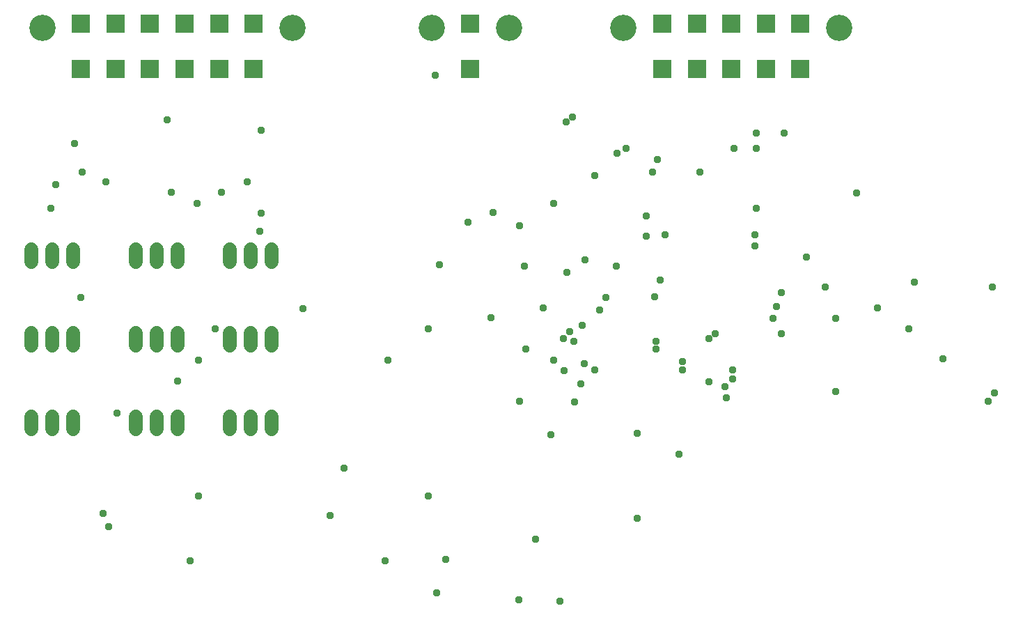
<source format=gbr>
G04 EAGLE Gerber RS-274X export*
G75*
%MOMM*%
%FSLAX34Y34*%
%LPD*%
%INSoldermask Bottom*%
%IPPOS*%
%AMOC8*
5,1,8,0,0,1.08239X$1,22.5*%
G01*
%ADD10C,1.727200*%
%ADD11R,2.303200X2.303200*%
%ADD12C,3.203200*%
%ADD13C,0.959600*%


D10*
X190500Y233680D02*
X190500Y248920D01*
X215900Y248920D02*
X215900Y233680D01*
X241300Y233680D02*
X241300Y248920D01*
X304800Y436880D02*
X304800Y452120D01*
X330200Y452120D02*
X330200Y436880D01*
X355600Y436880D02*
X355600Y452120D01*
X304800Y350520D02*
X304800Y335280D01*
X330200Y335280D02*
X330200Y350520D01*
X355600Y350520D02*
X355600Y335280D01*
X190500Y335280D02*
X190500Y350520D01*
X215900Y350520D02*
X215900Y335280D01*
X241300Y335280D02*
X241300Y350520D01*
X190500Y436880D02*
X190500Y452120D01*
X215900Y452120D02*
X215900Y436880D01*
X241300Y436880D02*
X241300Y452120D01*
X63500Y248920D02*
X63500Y233680D01*
X88900Y233680D02*
X88900Y248920D01*
X114300Y248920D02*
X114300Y233680D01*
X63500Y436880D02*
X63500Y452120D01*
X88900Y452120D02*
X88900Y436880D01*
X114300Y436880D02*
X114300Y452120D01*
X63500Y350520D02*
X63500Y335280D01*
X88900Y335280D02*
X88900Y350520D01*
X114300Y350520D02*
X114300Y335280D01*
X304800Y248920D02*
X304800Y233680D01*
X330200Y233680D02*
X330200Y248920D01*
X355600Y248920D02*
X355600Y233680D01*
D11*
X596900Y671000D03*
X596900Y726000D03*
D12*
X643900Y721400D03*
X549900Y721400D03*
D11*
X333600Y671000D03*
X291600Y671000D03*
X249600Y671000D03*
X207600Y671000D03*
X165600Y671000D03*
X123600Y671000D03*
X123600Y726000D03*
X249600Y726000D03*
X207600Y726000D03*
X165600Y726000D03*
X291600Y726000D03*
X333600Y726000D03*
D12*
X380600Y721400D03*
X76600Y721400D03*
D11*
X998400Y671000D03*
X956400Y671000D03*
X914400Y671000D03*
X872400Y671000D03*
X830400Y671000D03*
X872400Y726000D03*
X830400Y726000D03*
X914400Y726000D03*
X956400Y726000D03*
X998400Y726000D03*
D12*
X1045400Y721400D03*
X783400Y721400D03*
D13*
X774700Y431800D03*
X762000Y393700D03*
X1028700Y406400D03*
X1041400Y368300D03*
X1130300Y355600D03*
X800100Y228600D03*
X850900Y203200D03*
X241300Y292100D03*
X266700Y317500D03*
X342900Y596900D03*
X228600Y609600D03*
X266700Y152400D03*
X546100Y152400D03*
X546100Y355600D03*
X685800Y381000D03*
X876300Y546100D03*
X1066800Y520700D03*
X965200Y368300D03*
X698500Y508000D03*
X1231900Y406400D03*
X1092200Y381000D03*
X908304Y271780D03*
X676656Y99568D03*
X915924Y305308D03*
X827532Y415036D03*
X714756Y424180D03*
X594360Y485140D03*
X748284Y305562D03*
X915924Y294640D03*
X86868Y501904D03*
X92964Y530860D03*
X115824Y581152D03*
X124968Y546100D03*
X153924Y533908D03*
X556514Y34544D03*
X493776Y73660D03*
X443484Y186436D03*
X341376Y474472D03*
X123444Y393700D03*
X150876Y131572D03*
X294132Y521716D03*
X156972Y114808D03*
X393192Y379984D03*
X694944Y227076D03*
X256286Y73660D03*
X286512Y355600D03*
X567436Y75184D03*
X233172Y521716D03*
X265176Y508000D03*
X621792Y369316D03*
X822960Y340360D03*
X559308Y433324D03*
X496824Y317500D03*
X656844Y480568D03*
X1040892Y279400D03*
X833628Y469900D03*
X735838Y313182D03*
X800100Y125476D03*
X720852Y613156D03*
X748284Y541528D03*
X733044Y359664D03*
X326136Y533908D03*
X624840Y497332D03*
X717550Y352298D03*
X810768Y468376D03*
X822960Y331216D03*
X664464Y331216D03*
X736092Y439420D03*
X426720Y128524D03*
X943356Y456184D03*
X975360Y349504D03*
X656336Y26416D03*
X906780Y285496D03*
X975360Y399796D03*
X1005840Y442468D03*
X1136904Y411988D03*
X706120Y24384D03*
X886968Y343408D03*
X1171956Y319024D03*
X886968Y291592D03*
X1234440Y277876D03*
X342900Y495808D03*
X662940Y431800D03*
X821436Y394208D03*
X810768Y492760D03*
X656844Y267208D03*
X723900Y266700D03*
X731520Y288290D03*
X711200Y304800D03*
X698500Y317500D03*
X969264Y383032D03*
X943356Y469900D03*
X1226820Y267208D03*
X854964Y305308D03*
X754380Y378460D03*
X775716Y568960D03*
X554736Y663448D03*
X713232Y607060D03*
X722884Y340360D03*
X818388Y546100D03*
X710184Y343408D03*
X786384Y575056D03*
X978408Y593344D03*
X894588Y349504D03*
X917448Y575056D03*
X854964Y315976D03*
X824484Y561340D03*
X167640Y253492D03*
X944880Y501904D03*
X944880Y575056D03*
X944880Y593344D03*
M02*

</source>
